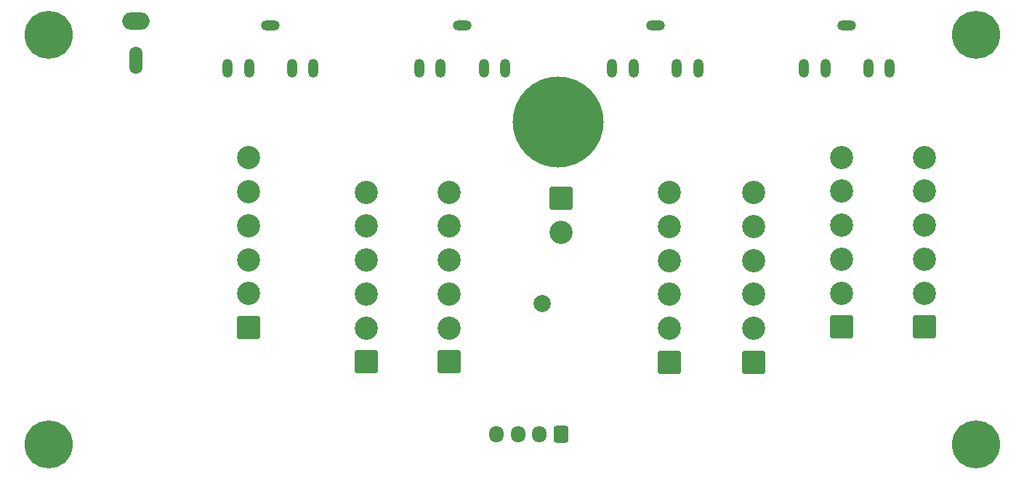
<source format=gbr>
%TF.GenerationSoftware,KiCad,Pcbnew,(6.0.8)*%
%TF.CreationDate,2022-10-25T18:18:37+09:00*%
%TF.ProjectId,amp-input,616d702d-696e-4707-9574-2e6b69636164,rev?*%
%TF.SameCoordinates,Original*%
%TF.FileFunction,Soldermask,Top*%
%TF.FilePolarity,Negative*%
%FSLAX46Y46*%
G04 Gerber Fmt 4.6, Leading zero omitted, Abs format (unit mm)*
G04 Created by KiCad (PCBNEW (6.0.8)) date 2022-10-25 18:18:37*
%MOMM*%
%LPD*%
G01*
G04 APERTURE LIST*
G04 Aperture macros list*
%AMRoundRect*
0 Rectangle with rounded corners*
0 $1 Rounding radius*
0 $2 $3 $4 $5 $6 $7 $8 $9 X,Y pos of 4 corners*
0 Add a 4 corners polygon primitive as box body*
4,1,4,$2,$3,$4,$5,$6,$7,$8,$9,$2,$3,0*
0 Add four circle primitives for the rounded corners*
1,1,$1+$1,$2,$3*
1,1,$1+$1,$4,$5*
1,1,$1+$1,$6,$7*
1,1,$1+$1,$8,$9*
0 Add four rect primitives between the rounded corners*
20,1,$1+$1,$2,$3,$4,$5,0*
20,1,$1+$1,$4,$5,$6,$7,0*
20,1,$1+$1,$6,$7,$8,$9,0*
20,1,$1+$1,$8,$9,$2,$3,0*%
G04 Aperture macros list end*
%ADD10RoundRect,0.250001X1.099999X-1.099999X1.099999X1.099999X-1.099999X1.099999X-1.099999X-1.099999X0*%
%ADD11C,2.700000*%
%ADD12RoundRect,0.250001X-1.099999X1.099999X-1.099999X-1.099999X1.099999X-1.099999X1.099999X1.099999X0*%
%ADD13C,3.600000*%
%ADD14C,5.600000*%
%ADD15C,0.900000*%
%ADD16C,10.600000*%
%ADD17O,1.200000X2.200000*%
%ADD18O,2.200000X1.200000*%
%ADD19RoundRect,0.250000X0.600000X0.725000X-0.600000X0.725000X-0.600000X-0.725000X0.600000X-0.725000X0*%
%ADD20O,1.700000X1.950000*%
%ADD21C,2.000000*%
%ADD22O,1.500000X3.200000*%
%ADD23O,3.200000X2.000000*%
G04 APERTURE END LIST*
D10*
%TO.C,J9*%
X171066000Y-103388000D03*
D11*
X171066000Y-99428000D03*
X171066000Y-95468000D03*
X171066000Y-91508000D03*
X171066000Y-87548000D03*
X171066000Y-83588000D03*
%TD*%
D12*
%TO.C,J5*%
X158398000Y-84295500D03*
D11*
X158398000Y-88255500D03*
%TD*%
D13*
%TO.C,H4*%
X206756000Y-112977000D03*
D14*
X206756000Y-112977000D03*
%TD*%
D13*
%TO.C,H3*%
X98704400Y-65227200D03*
D14*
X98704400Y-65227200D03*
%TD*%
D13*
%TO.C,H2*%
X206756000Y-65225000D03*
D14*
X206756000Y-65225000D03*
%TD*%
D15*
%TO.C,H1*%
X158102000Y-79360000D03*
X162077000Y-75385000D03*
X154127000Y-75385000D03*
D16*
X158102000Y-75385000D03*
D15*
X155291251Y-72574251D03*
X160912749Y-72574251D03*
X158102000Y-71410000D03*
X155291251Y-78195749D03*
X160912749Y-78195749D03*
%TD*%
D17*
%TO.C,J3*%
X151911200Y-69139200D03*
X149411200Y-69139200D03*
D18*
X146911200Y-64139200D03*
D17*
X141911200Y-69139200D03*
X144411200Y-69139200D03*
%TD*%
D10*
%TO.C,J13*%
X122034000Y-99353000D03*
D11*
X122034000Y-95393000D03*
X122034000Y-91433000D03*
X122034000Y-87473000D03*
X122034000Y-83513000D03*
X122034000Y-79553000D03*
%TD*%
D17*
%TO.C,J1*%
X196716800Y-69139200D03*
X194216800Y-69139200D03*
D18*
X191716800Y-64139200D03*
D17*
X186716800Y-69139200D03*
X189216800Y-69139200D03*
%TD*%
%TO.C,J2*%
X174390200Y-69139200D03*
X171890200Y-69139200D03*
D18*
X169390200Y-64139200D03*
D17*
X164390200Y-69139200D03*
X166890200Y-69139200D03*
%TD*%
D10*
%TO.C,J12*%
X135708000Y-103350500D03*
D11*
X135708000Y-99390500D03*
X135708000Y-95430500D03*
X135708000Y-91470500D03*
X135708000Y-87510500D03*
X135708000Y-83550500D03*
%TD*%
D13*
%TO.C,H5*%
X98704400Y-112979200D03*
D14*
X98704400Y-112979200D03*
%TD*%
D19*
%TO.C,J6*%
X158416000Y-111760000D03*
D20*
X155916000Y-111760000D03*
X153416000Y-111760000D03*
X150916000Y-111760000D03*
%TD*%
D10*
%TO.C,J11*%
X145360000Y-103350500D03*
D11*
X145360000Y-99390500D03*
X145360000Y-95430500D03*
X145360000Y-91470500D03*
X145360000Y-87510500D03*
X145360000Y-83550500D03*
%TD*%
D10*
%TO.C,J10*%
X180878000Y-103388000D03*
D11*
X180878000Y-99428000D03*
X180878000Y-95468000D03*
X180878000Y-91508000D03*
X180878000Y-87548000D03*
X180878000Y-83588000D03*
%TD*%
D21*
%TO.C,TP2*%
X156260800Y-96520000D03*
%TD*%
D17*
%TO.C,J4*%
X129584600Y-69139200D03*
X127084600Y-69139200D03*
D18*
X124584600Y-64139200D03*
D17*
X119584600Y-69139200D03*
X122084600Y-69139200D03*
%TD*%
D10*
%TO.C,J8*%
X200732000Y-99286500D03*
D11*
X200732000Y-95326500D03*
X200732000Y-91366500D03*
X200732000Y-87406500D03*
X200732000Y-83446500D03*
X200732000Y-79486500D03*
%TD*%
D22*
%TO.C,J14*%
X108864400Y-68139200D03*
D23*
X108864400Y-63639200D03*
%TD*%
D10*
%TO.C,J7*%
X191080000Y-99286500D03*
D11*
X191080000Y-95326500D03*
X191080000Y-91366500D03*
X191080000Y-87406500D03*
X191080000Y-83446500D03*
X191080000Y-79486500D03*
%TD*%
M02*

</source>
